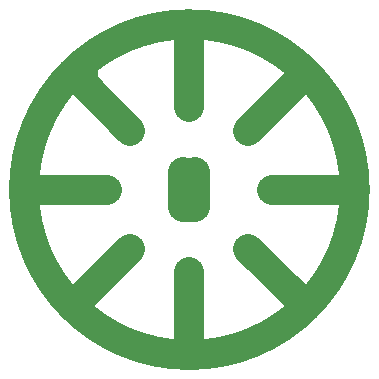
<source format=gbr>
G04 #@! TF.FileFunction,Profile,NP*
%FSLAX46Y46*%
G04 Gerber Fmt 4.6, Leading zero omitted, Abs format (unit mm)*
G04 Created by KiCad (PCBNEW 0.201506222247+5806~23~ubuntu14.04.1-product) date Sun 28 Jun 2015 20:13:25 CEST*
%MOMM*%
G01*
G04 APERTURE LIST*
%ADD10C,0.127000*%
%ADD11C,2.540000*%
G04 APERTURE END LIST*
D10*
D11*
X-500000Y-1500000D02*
X-500000Y1500000D01*
X500000Y-1500000D02*
X-500000Y-1500000D01*
X500000Y1500000D02*
X500000Y-1500000D01*
X-9000000Y9000000D02*
X-9000000Y10000000D01*
X-5000000Y5000000D02*
X-9000000Y9000000D01*
X-7000000Y0D02*
X-13000000Y0D01*
X-5000000Y-5000000D02*
X-9000000Y-9000000D01*
X0Y-7000000D02*
X0Y-13000000D01*
X5000000Y-5000000D02*
X9000000Y-9000000D01*
X7000000Y0D02*
X13000000Y0D01*
X5000000Y5000000D02*
X9000000Y9000000D01*
X0Y7000000D02*
X0Y14000000D01*
X14000000Y0D02*
G75*
G03X14000000Y0I-14000000J0D01*
G01*
M02*

</source>
